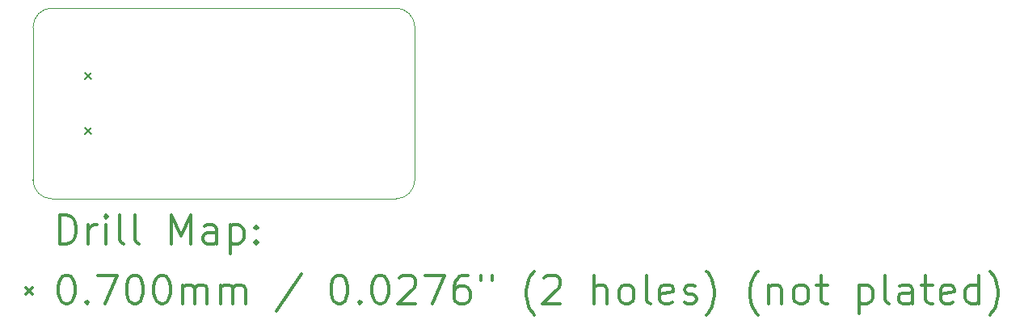
<source format=gbr>
%FSLAX45Y45*%
G04 Gerber Fmt 4.5, Leading zero omitted, Abs format (unit mm)*
G04 Created by KiCad (PCBNEW 5.1.10-88a1d61d58~90~ubuntu20.04.1) date 2021-07-15 12:02:17*
%MOMM*%
%LPD*%
G01*
G04 APERTURE LIST*
%TA.AperFunction,Profile*%
%ADD10C,0.100000*%
%TD*%
%ADD11C,0.200000*%
%ADD12C,0.300000*%
G04 APERTURE END LIST*
D10*
X17385000Y-10838000D02*
X17385000Y-9238000D01*
X17385000Y-10838000D02*
G75*
G02*
X17185000Y-11038000I-200000J0D01*
G01*
X17185000Y-9038000D02*
X13585000Y-9038000D01*
X17185000Y-9038000D02*
G75*
G02*
X17385000Y-9238000I0J-200000D01*
G01*
X13385000Y-9238000D02*
X13385000Y-10838000D01*
X13385000Y-9238000D02*
G75*
G02*
X13585000Y-9038000I200000J0D01*
G01*
X13585000Y-11038000D02*
X17185000Y-11038000D01*
X13585000Y-11038000D02*
G75*
G02*
X13385000Y-10838000I0J200000D01*
G01*
D11*
X13925000Y-9714000D02*
X13995000Y-9784000D01*
X13995000Y-9714000D02*
X13925000Y-9784000D01*
X13925000Y-10292000D02*
X13995000Y-10362000D01*
X13995000Y-10292000D02*
X13925000Y-10362000D01*
D12*
X13666428Y-11508714D02*
X13666428Y-11208714D01*
X13737857Y-11208714D01*
X13780714Y-11223000D01*
X13809286Y-11251571D01*
X13823571Y-11280143D01*
X13837857Y-11337286D01*
X13837857Y-11380143D01*
X13823571Y-11437286D01*
X13809286Y-11465857D01*
X13780714Y-11494429D01*
X13737857Y-11508714D01*
X13666428Y-11508714D01*
X13966428Y-11508714D02*
X13966428Y-11308714D01*
X13966428Y-11365857D02*
X13980714Y-11337286D01*
X13995000Y-11323000D01*
X14023571Y-11308714D01*
X14052143Y-11308714D01*
X14152143Y-11508714D02*
X14152143Y-11308714D01*
X14152143Y-11208714D02*
X14137857Y-11223000D01*
X14152143Y-11237286D01*
X14166428Y-11223000D01*
X14152143Y-11208714D01*
X14152143Y-11237286D01*
X14337857Y-11508714D02*
X14309286Y-11494429D01*
X14295000Y-11465857D01*
X14295000Y-11208714D01*
X14495000Y-11508714D02*
X14466428Y-11494429D01*
X14452143Y-11465857D01*
X14452143Y-11208714D01*
X14837857Y-11508714D02*
X14837857Y-11208714D01*
X14937857Y-11423000D01*
X15037857Y-11208714D01*
X15037857Y-11508714D01*
X15309286Y-11508714D02*
X15309286Y-11351571D01*
X15295000Y-11323000D01*
X15266428Y-11308714D01*
X15209286Y-11308714D01*
X15180714Y-11323000D01*
X15309286Y-11494429D02*
X15280714Y-11508714D01*
X15209286Y-11508714D01*
X15180714Y-11494429D01*
X15166428Y-11465857D01*
X15166428Y-11437286D01*
X15180714Y-11408714D01*
X15209286Y-11394429D01*
X15280714Y-11394429D01*
X15309286Y-11380143D01*
X15452143Y-11308714D02*
X15452143Y-11608714D01*
X15452143Y-11323000D02*
X15480714Y-11308714D01*
X15537857Y-11308714D01*
X15566428Y-11323000D01*
X15580714Y-11337286D01*
X15595000Y-11365857D01*
X15595000Y-11451571D01*
X15580714Y-11480143D01*
X15566428Y-11494429D01*
X15537857Y-11508714D01*
X15480714Y-11508714D01*
X15452143Y-11494429D01*
X15723571Y-11480143D02*
X15737857Y-11494429D01*
X15723571Y-11508714D01*
X15709286Y-11494429D01*
X15723571Y-11480143D01*
X15723571Y-11508714D01*
X15723571Y-11323000D02*
X15737857Y-11337286D01*
X15723571Y-11351571D01*
X15709286Y-11337286D01*
X15723571Y-11323000D01*
X15723571Y-11351571D01*
X13310000Y-11968000D02*
X13380000Y-12038000D01*
X13380000Y-11968000D02*
X13310000Y-12038000D01*
X13723571Y-11838714D02*
X13752143Y-11838714D01*
X13780714Y-11853000D01*
X13795000Y-11867286D01*
X13809286Y-11895857D01*
X13823571Y-11953000D01*
X13823571Y-12024429D01*
X13809286Y-12081571D01*
X13795000Y-12110143D01*
X13780714Y-12124429D01*
X13752143Y-12138714D01*
X13723571Y-12138714D01*
X13695000Y-12124429D01*
X13680714Y-12110143D01*
X13666428Y-12081571D01*
X13652143Y-12024429D01*
X13652143Y-11953000D01*
X13666428Y-11895857D01*
X13680714Y-11867286D01*
X13695000Y-11853000D01*
X13723571Y-11838714D01*
X13952143Y-12110143D02*
X13966428Y-12124429D01*
X13952143Y-12138714D01*
X13937857Y-12124429D01*
X13952143Y-12110143D01*
X13952143Y-12138714D01*
X14066428Y-11838714D02*
X14266428Y-11838714D01*
X14137857Y-12138714D01*
X14437857Y-11838714D02*
X14466428Y-11838714D01*
X14495000Y-11853000D01*
X14509286Y-11867286D01*
X14523571Y-11895857D01*
X14537857Y-11953000D01*
X14537857Y-12024429D01*
X14523571Y-12081571D01*
X14509286Y-12110143D01*
X14495000Y-12124429D01*
X14466428Y-12138714D01*
X14437857Y-12138714D01*
X14409286Y-12124429D01*
X14395000Y-12110143D01*
X14380714Y-12081571D01*
X14366428Y-12024429D01*
X14366428Y-11953000D01*
X14380714Y-11895857D01*
X14395000Y-11867286D01*
X14409286Y-11853000D01*
X14437857Y-11838714D01*
X14723571Y-11838714D02*
X14752143Y-11838714D01*
X14780714Y-11853000D01*
X14795000Y-11867286D01*
X14809286Y-11895857D01*
X14823571Y-11953000D01*
X14823571Y-12024429D01*
X14809286Y-12081571D01*
X14795000Y-12110143D01*
X14780714Y-12124429D01*
X14752143Y-12138714D01*
X14723571Y-12138714D01*
X14695000Y-12124429D01*
X14680714Y-12110143D01*
X14666428Y-12081571D01*
X14652143Y-12024429D01*
X14652143Y-11953000D01*
X14666428Y-11895857D01*
X14680714Y-11867286D01*
X14695000Y-11853000D01*
X14723571Y-11838714D01*
X14952143Y-12138714D02*
X14952143Y-11938714D01*
X14952143Y-11967286D02*
X14966428Y-11953000D01*
X14995000Y-11938714D01*
X15037857Y-11938714D01*
X15066428Y-11953000D01*
X15080714Y-11981571D01*
X15080714Y-12138714D01*
X15080714Y-11981571D02*
X15095000Y-11953000D01*
X15123571Y-11938714D01*
X15166428Y-11938714D01*
X15195000Y-11953000D01*
X15209286Y-11981571D01*
X15209286Y-12138714D01*
X15352143Y-12138714D02*
X15352143Y-11938714D01*
X15352143Y-11967286D02*
X15366428Y-11953000D01*
X15395000Y-11938714D01*
X15437857Y-11938714D01*
X15466428Y-11953000D01*
X15480714Y-11981571D01*
X15480714Y-12138714D01*
X15480714Y-11981571D02*
X15495000Y-11953000D01*
X15523571Y-11938714D01*
X15566428Y-11938714D01*
X15595000Y-11953000D01*
X15609286Y-11981571D01*
X15609286Y-12138714D01*
X16195000Y-11824429D02*
X15937857Y-12210143D01*
X16580714Y-11838714D02*
X16609286Y-11838714D01*
X16637857Y-11853000D01*
X16652143Y-11867286D01*
X16666428Y-11895857D01*
X16680714Y-11953000D01*
X16680714Y-12024429D01*
X16666428Y-12081571D01*
X16652143Y-12110143D01*
X16637857Y-12124429D01*
X16609286Y-12138714D01*
X16580714Y-12138714D01*
X16552143Y-12124429D01*
X16537857Y-12110143D01*
X16523571Y-12081571D01*
X16509286Y-12024429D01*
X16509286Y-11953000D01*
X16523571Y-11895857D01*
X16537857Y-11867286D01*
X16552143Y-11853000D01*
X16580714Y-11838714D01*
X16809286Y-12110143D02*
X16823571Y-12124429D01*
X16809286Y-12138714D01*
X16795000Y-12124429D01*
X16809286Y-12110143D01*
X16809286Y-12138714D01*
X17009286Y-11838714D02*
X17037857Y-11838714D01*
X17066428Y-11853000D01*
X17080714Y-11867286D01*
X17095000Y-11895857D01*
X17109286Y-11953000D01*
X17109286Y-12024429D01*
X17095000Y-12081571D01*
X17080714Y-12110143D01*
X17066428Y-12124429D01*
X17037857Y-12138714D01*
X17009286Y-12138714D01*
X16980714Y-12124429D01*
X16966428Y-12110143D01*
X16952143Y-12081571D01*
X16937857Y-12024429D01*
X16937857Y-11953000D01*
X16952143Y-11895857D01*
X16966428Y-11867286D01*
X16980714Y-11853000D01*
X17009286Y-11838714D01*
X17223571Y-11867286D02*
X17237857Y-11853000D01*
X17266428Y-11838714D01*
X17337857Y-11838714D01*
X17366428Y-11853000D01*
X17380714Y-11867286D01*
X17395000Y-11895857D01*
X17395000Y-11924429D01*
X17380714Y-11967286D01*
X17209286Y-12138714D01*
X17395000Y-12138714D01*
X17495000Y-11838714D02*
X17695000Y-11838714D01*
X17566428Y-12138714D01*
X17937857Y-11838714D02*
X17880714Y-11838714D01*
X17852143Y-11853000D01*
X17837857Y-11867286D01*
X17809286Y-11910143D01*
X17795000Y-11967286D01*
X17795000Y-12081571D01*
X17809286Y-12110143D01*
X17823571Y-12124429D01*
X17852143Y-12138714D01*
X17909286Y-12138714D01*
X17937857Y-12124429D01*
X17952143Y-12110143D01*
X17966428Y-12081571D01*
X17966428Y-12010143D01*
X17952143Y-11981571D01*
X17937857Y-11967286D01*
X17909286Y-11953000D01*
X17852143Y-11953000D01*
X17823571Y-11967286D01*
X17809286Y-11981571D01*
X17795000Y-12010143D01*
X18080714Y-11838714D02*
X18080714Y-11895857D01*
X18195000Y-11838714D02*
X18195000Y-11895857D01*
X18637857Y-12253000D02*
X18623571Y-12238714D01*
X18595000Y-12195857D01*
X18580714Y-12167286D01*
X18566428Y-12124429D01*
X18552143Y-12053000D01*
X18552143Y-11995857D01*
X18566428Y-11924429D01*
X18580714Y-11881571D01*
X18595000Y-11853000D01*
X18623571Y-11810143D01*
X18637857Y-11795857D01*
X18737857Y-11867286D02*
X18752143Y-11853000D01*
X18780714Y-11838714D01*
X18852143Y-11838714D01*
X18880714Y-11853000D01*
X18895000Y-11867286D01*
X18909286Y-11895857D01*
X18909286Y-11924429D01*
X18895000Y-11967286D01*
X18723571Y-12138714D01*
X18909286Y-12138714D01*
X19266428Y-12138714D02*
X19266428Y-11838714D01*
X19395000Y-12138714D02*
X19395000Y-11981571D01*
X19380714Y-11953000D01*
X19352143Y-11938714D01*
X19309286Y-11938714D01*
X19280714Y-11953000D01*
X19266428Y-11967286D01*
X19580714Y-12138714D02*
X19552143Y-12124429D01*
X19537857Y-12110143D01*
X19523571Y-12081571D01*
X19523571Y-11995857D01*
X19537857Y-11967286D01*
X19552143Y-11953000D01*
X19580714Y-11938714D01*
X19623571Y-11938714D01*
X19652143Y-11953000D01*
X19666428Y-11967286D01*
X19680714Y-11995857D01*
X19680714Y-12081571D01*
X19666428Y-12110143D01*
X19652143Y-12124429D01*
X19623571Y-12138714D01*
X19580714Y-12138714D01*
X19852143Y-12138714D02*
X19823571Y-12124429D01*
X19809286Y-12095857D01*
X19809286Y-11838714D01*
X20080714Y-12124429D02*
X20052143Y-12138714D01*
X19995000Y-12138714D01*
X19966428Y-12124429D01*
X19952143Y-12095857D01*
X19952143Y-11981571D01*
X19966428Y-11953000D01*
X19995000Y-11938714D01*
X20052143Y-11938714D01*
X20080714Y-11953000D01*
X20095000Y-11981571D01*
X20095000Y-12010143D01*
X19952143Y-12038714D01*
X20209286Y-12124429D02*
X20237857Y-12138714D01*
X20295000Y-12138714D01*
X20323571Y-12124429D01*
X20337857Y-12095857D01*
X20337857Y-12081571D01*
X20323571Y-12053000D01*
X20295000Y-12038714D01*
X20252143Y-12038714D01*
X20223571Y-12024429D01*
X20209286Y-11995857D01*
X20209286Y-11981571D01*
X20223571Y-11953000D01*
X20252143Y-11938714D01*
X20295000Y-11938714D01*
X20323571Y-11953000D01*
X20437857Y-12253000D02*
X20452143Y-12238714D01*
X20480714Y-12195857D01*
X20495000Y-12167286D01*
X20509286Y-12124429D01*
X20523571Y-12053000D01*
X20523571Y-11995857D01*
X20509286Y-11924429D01*
X20495000Y-11881571D01*
X20480714Y-11853000D01*
X20452143Y-11810143D01*
X20437857Y-11795857D01*
X20980714Y-12253000D02*
X20966428Y-12238714D01*
X20937857Y-12195857D01*
X20923571Y-12167286D01*
X20909286Y-12124429D01*
X20895000Y-12053000D01*
X20895000Y-11995857D01*
X20909286Y-11924429D01*
X20923571Y-11881571D01*
X20937857Y-11853000D01*
X20966428Y-11810143D01*
X20980714Y-11795857D01*
X21095000Y-11938714D02*
X21095000Y-12138714D01*
X21095000Y-11967286D02*
X21109286Y-11953000D01*
X21137857Y-11938714D01*
X21180714Y-11938714D01*
X21209286Y-11953000D01*
X21223571Y-11981571D01*
X21223571Y-12138714D01*
X21409286Y-12138714D02*
X21380714Y-12124429D01*
X21366428Y-12110143D01*
X21352143Y-12081571D01*
X21352143Y-11995857D01*
X21366428Y-11967286D01*
X21380714Y-11953000D01*
X21409286Y-11938714D01*
X21452143Y-11938714D01*
X21480714Y-11953000D01*
X21495000Y-11967286D01*
X21509286Y-11995857D01*
X21509286Y-12081571D01*
X21495000Y-12110143D01*
X21480714Y-12124429D01*
X21452143Y-12138714D01*
X21409286Y-12138714D01*
X21595000Y-11938714D02*
X21709286Y-11938714D01*
X21637857Y-11838714D02*
X21637857Y-12095857D01*
X21652143Y-12124429D01*
X21680714Y-12138714D01*
X21709286Y-12138714D01*
X22037857Y-11938714D02*
X22037857Y-12238714D01*
X22037857Y-11953000D02*
X22066428Y-11938714D01*
X22123571Y-11938714D01*
X22152143Y-11953000D01*
X22166428Y-11967286D01*
X22180714Y-11995857D01*
X22180714Y-12081571D01*
X22166428Y-12110143D01*
X22152143Y-12124429D01*
X22123571Y-12138714D01*
X22066428Y-12138714D01*
X22037857Y-12124429D01*
X22352143Y-12138714D02*
X22323571Y-12124429D01*
X22309286Y-12095857D01*
X22309286Y-11838714D01*
X22595000Y-12138714D02*
X22595000Y-11981571D01*
X22580714Y-11953000D01*
X22552143Y-11938714D01*
X22495000Y-11938714D01*
X22466428Y-11953000D01*
X22595000Y-12124429D02*
X22566428Y-12138714D01*
X22495000Y-12138714D01*
X22466428Y-12124429D01*
X22452143Y-12095857D01*
X22452143Y-12067286D01*
X22466428Y-12038714D01*
X22495000Y-12024429D01*
X22566428Y-12024429D01*
X22595000Y-12010143D01*
X22695000Y-11938714D02*
X22809286Y-11938714D01*
X22737857Y-11838714D02*
X22737857Y-12095857D01*
X22752143Y-12124429D01*
X22780714Y-12138714D01*
X22809286Y-12138714D01*
X23023571Y-12124429D02*
X22995000Y-12138714D01*
X22937857Y-12138714D01*
X22909286Y-12124429D01*
X22895000Y-12095857D01*
X22895000Y-11981571D01*
X22909286Y-11953000D01*
X22937857Y-11938714D01*
X22995000Y-11938714D01*
X23023571Y-11953000D01*
X23037857Y-11981571D01*
X23037857Y-12010143D01*
X22895000Y-12038714D01*
X23295000Y-12138714D02*
X23295000Y-11838714D01*
X23295000Y-12124429D02*
X23266428Y-12138714D01*
X23209286Y-12138714D01*
X23180714Y-12124429D01*
X23166428Y-12110143D01*
X23152143Y-12081571D01*
X23152143Y-11995857D01*
X23166428Y-11967286D01*
X23180714Y-11953000D01*
X23209286Y-11938714D01*
X23266428Y-11938714D01*
X23295000Y-11953000D01*
X23409286Y-12253000D02*
X23423571Y-12238714D01*
X23452143Y-12195857D01*
X23466428Y-12167286D01*
X23480714Y-12124429D01*
X23495000Y-12053000D01*
X23495000Y-11995857D01*
X23480714Y-11924429D01*
X23466428Y-11881571D01*
X23452143Y-11853000D01*
X23423571Y-11810143D01*
X23409286Y-11795857D01*
M02*

</source>
